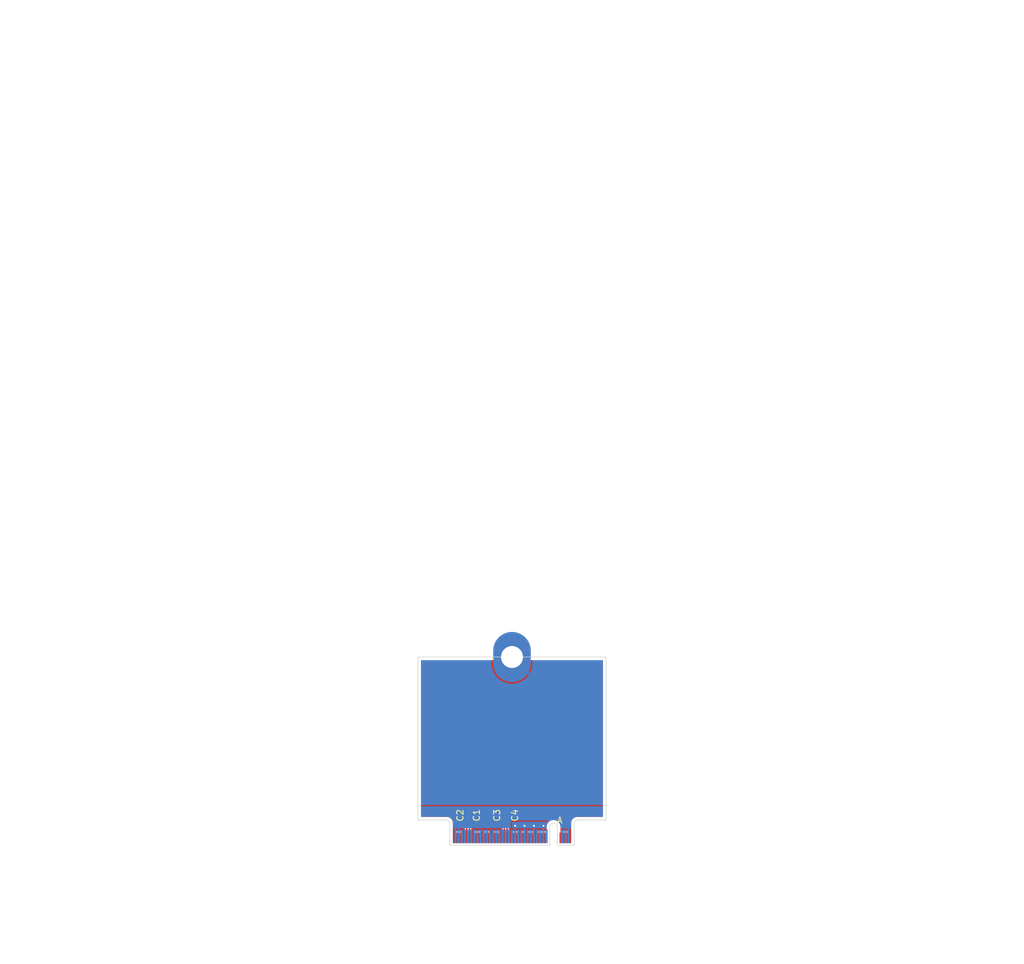
<source format=kicad_pcb>
(kicad_pcb (version 20241229) (generator "pcbnew") (generator_version "9.0")
  (layers (0 "F.Cu" signal) (2 "B.Cu" signal) (13 "F.Paste" user) (15 "B.Paste" user) (5 "F.SilkS" user "F.Silkscreen") (7 "B.SilkS" user "B.Silkscreen") (1 "F.Mask" user) (3 "B.Mask" user) (25 "Edge.Cuts" user))
  (net 0 "")
  (net 1 "GND")
  (net 2 "/M.2 A Key/PET1P")
  (net 3 "/M.2 A Key/PET1N")
  (net 4 "/M.2 A Key/PET0P")
  (net 5 "/M.2 A Key/PET0N")
  (net 6 "/PET1+")
  (net 7 "/PET0-")
  (net 8 "/PET0+")
  (net 9 "/PET1-")
  (net 10 "+3.3V")
  (net 11 "/USB_D+")
  (net 12 "/USB_D-")
  (net 13 "/LED#1")
  (net 14 "/LED#2")
  (net 15 "/DP_MLDIR")
  (net 16 "/DP_ML3-")
  (net 17 "/DP_AUX-")
  (net 18 "/DP_ML3+")
  (net 19 "/DP_AUX+")
  (net 20 "/DP_ML2-")
  (net 21 "/DP_ML1-")
  (net 22 "/DP_ML2+")
  (net 23 "/DP_ML1+")
  (net 24 "/DP_HPD")
  (net 25 "/DP_ML0-")
  (net 26 "/DP_ML0+")
  (net 27 "/PER0-")
  (net 28 "/PER0+")
  (net 34 "/REFCLK0+")
  (net 36 "/REFCLK0-")
  (net 37 "/SUSCLK")
  (net 38 "/PERST0#")
  (net 39 "/CLKREQ0#")
  (net 40 "/W_DISABLE2#")
  (net 41 "/PEWAKE0#")
  (net 42 "/W_DISABLE1#")
  (net 43 "/I2C_DATA")
  (net 44 "/PER1+")
  (net 45 "/I2C_CLK")
  (net 46 "/PER1-")
  (net 47 "/ALERT#")
  (net 49 "/PERST1#")
  (net 50 "/CLKREQ1#")
  (net 51 "/PEWAKE1#")
  (net 52 "/REFCLK1+")
  (net 53 "/REFCLK1-")
  (footprint "PCIexpress:M.2 Mounting Pad" (layer "F.Cu") (at 109.514916 129.29)
    (property "Reference" "H1")
    (property "Value" "MountingHole_Pad")
    (pad "1" thru_hole circle (at 0 0) (size 5.5 5.5) (drill 3.5) (property pad_prop_castellated) (layers "*.Cu" "*.Mask") (net 1 "GND") (padstack (mode front_inner_back) (layer "Inner" (shape circle) (size 5.5 5.5)) (layer "B.Cu" (shape oval) (size 6 8))))
  )
  (footprint "Capacitor_SMD:C_0201_0603Metric" (layer "F.Cu") (at 102.164916 154.544 90)
    (property "Reference" "C2" (at -0.005 -0.921 90) (layer "F.SilkS"))
    (property "Value" "220nF")
    (pad "1" smd roundrect (at -0.32 0 90) (size 0.46 0.4) (layers "F.Cu" "F.Mask") (net 3 "/M.2 A Key/PET1N"))
    (pad "2" smd roundrect (at 0.32 0 90) (size 0.46 0.4) (layers "F.Cu" "F.Mask") (net 9 "/PET1-"))
  )
  (footprint "Capacitor_SMD:C_0201_0603Metric" (layer "F.Cu") (at 108.164916 154.544 90)
    (property "Reference" "C3" (at 0 -1.05 90) (layer "F.SilkS"))
    (property "Value" "220nF")
    (pad "1" smd roundrect (at -0.32 0 90) (size 0.46 0.4) (layers "F.Cu" "F.Mask") (net 5 "/M.2 A Key/PET0N"))
    (pad "2" smd roundrect (at 0.32 0 90) (size 0.46 0.4) (layers "F.Cu" "F.Mask") (net 7 "/PET0-"))
  )
  (footprint "Capacitor_SMD:C_0201_0603Metric" (layer "F.Cu") (at 102.864916 154.544 90)
    (property "Reference" "C1" (at 0.005 1.009 90) (layer "F.SilkS"))
    (property "Value" "220nF")
    (pad "1" smd roundrect (at -0.32 0 90) (size 0.46 0.4) (layers "F.Cu" "F.Mask") (net 2 "/M.2 A Key/PET1P"))
    (pad "2" smd roundrect (at 0.32 0 90) (size 0.46 0.4) (layers "F.Cu" "F.Mask") (net 6 "/PET1+"))
  )
  (footprint "Capacitor_SMD:C_0201_0603Metric" (layer "F.Cu") (at 108.864916 154.544 90)
    (property "Reference" "C4" (at 0 1.109 90) (layer "F.SilkS"))
    (property "Value" "220nF")
    (pad "1" smd roundrect (at -0.32 0 90) (size 0.46 0.4) (layers "F.Cu" "F.Mask") (net 4 "/M.2 A Key/PET0P"))
    (pad "2" smd roundrect (at 0.32 0 90) (size 0.46 0.4) (layers "F.Cu" "F.Mask") (net 8 "/PET0+"))
  )
  (footprint "PCIexpress:M.2 A Key Connector" (layer "F.Cu") (at 109.514916 158.18)
    (property "Reference" "J1")
    (property "Value" "~")
    (fp_line (start -11 -2.89) (end -10.425 -2.89) (stroke (width 0.1)) (layer "Edge.Cuts"))
    (fp_line (start -9.925 -2.39) (end -9.925 1.11) (stroke (width 0.1)) (layer "Edge.Cuts"))
    (fp_line (start 6.025 -1.79) (end 6.025 1.11) (stroke (width 0.1)) (layer "Edge.Cuts"))
    (fp_line (start 6.025 1.11) (end -9.925 1.11) (stroke (width 0.1)) (layer "Edge.Cuts"))
    (fp_line (start 7.225 -1.79) (end 7.225 1.11) (stroke (width 0.1)) (layer "Edge.Cuts"))
    (fp_line (start 7.225 1.11) (end 9.925 1.11) (stroke (width 0.1)) (layer "Edge.Cuts"))
    (fp_line (start 9.925 -2.39) (end 9.925 1.11) (stroke (width 0.1)) (layer "Edge.Cuts"))
    (fp_line (start 10.425 -2.89) (end 11 -2.89) (stroke (width 0.1)) (layer "Edge.Cuts"))
    (fp_arc (start -10.425 -2.89) (mid -10.071447 -2.743553) (end -9.925 -2.39) (stroke (width 0.1)) (layer "Edge.Cuts"))
    (fp_arc (start 6.025 -1.79) (mid 6.625 -2.39) (end 7.225 -1.79) (stroke (width 0.1)) (layer "Edge.Cuts"))
    (fp_arc (start 9.925 -2.39) (mid 10.071447 -2.743553) (end 10.425 -2.89) (stroke (width 0.1)) (layer "Edge.Cuts"))
    (fp_text user "A" (at 7.1 -2.255 0) (layer "F.SilkS") (effects (justify left bottom)))
    (pad "1" smd rect (at 9.25 -0.04 180) (size 0.35 1.7) (layers "F.Cu") (net 1 "GND"))
    (pad "2" smd rect (at 9 -0.29 180) (size 0.35 2.2) (layers "B.Cu") (net 10 "+3.3V"))
    (pad "3" smd rect (at 8.75 -0.04 180) (size 0.35 1.7) (layers "F.Cu") (net 11 "/USB_D+"))
    (pad "4" smd rect (at 8.5 -0.29 180) (size 0.35 2.2) (layers "B.Cu") (net 10 "+3.3V"))
    (pad "5" smd rect (at 8.25 -0.04 180) (size 0.35 1.7) (layers "F.Cu") (net 12 "/USB_D-"))
    (pad "6" smd rect (at 8 -0.29 180) (size 0.35 2.2) (layers "B.Cu") (net 13 "/LED#1"))
    (pad "7" smd rect (at 7.75 -0.04 180) (size 0.35 1.7) (layers "F.Cu") (net 1 "GND"))
    (pad "16" smd rect (at 5.5 -0.29 180) (size 0.35 2.2) (layers "B.Cu") (net 14 "/LED#2"))
    (pad "17" smd rect (at 5.25 -0.04 180) (size 0.35 1.7) (layers "F.Cu") (net 15 "/DP_MLDIR"))
    (pad "18" smd rect (at 5 -0.29 180) (size 0.35 2.2) (layers "B.Cu") (net 1 "GND"))
    (pad "19" smd rect (at 4.75 -0.04 180) (size 0.35 1.7) (layers "F.Cu") (net 16 "/DP_ML3-"))
    (pad "20" smd rect (at 4.5 -0.29 180) (size 0.35 2.2) (layers "B.Cu") (net 17 "/DP_AUX-"))
    (pad "21" smd rect (at 4.25 -0.04 180) (size 0.35 1.7) (layers "F.Cu") (net 18 "/DP_ML3+"))
    (pad "22" smd rect (at 4 -0.29 180) (size 0.35 2.2) (layers "B.Cu") (net 19 "/DP_AUX+"))
    (pad "23" smd rect (at 3.75 -0.04 180) (size 0.35 1.7) (layers "F.Cu") (net 1 "GND"))
    (pad "24" smd rect (at 3.5 -0.29 180) (size 0.35 2.2) (layers "B.Cu") (net 1 "GND"))
    (pad "25" smd rect (at 3.25 -0.04 180) (size 0.35 1.7) (layers "F.Cu") (net 20 "/DP_ML2-"))
    (pad "26" smd rect (at 3 -0.29 180) (size 0.35 2.2) (layers "B.Cu") (net 21 "/DP_ML1-"))
    (pad "27" smd rect (at 2.75 -0.04 180) (size 0.35 1.7) (layers "F.Cu") (net 22 "/DP_ML2+"))
    (pad "28" smd rect (at 2.5 -0.29 180) (size 0.35 2.2) (layers "B.Cu") (net 23 "/DP_ML1+"))
    (pad "29" smd rect (at 2.25 -0.04 180) (size 0.35 1.7) (layers "F.Cu") (net 1 "GND"))
    (pad "30" smd rect (at 2 -0.29 180) (size 0.35 2.2) (layers "B.Cu") (net 1 "GND"))
    (pad "31" smd rect (at 1.75 -0.04 180) (size 0.35 1.7) (layers "F.Cu") (net 24 "/DP_HPD"))
    (pad "32" smd rect (at 1.5 -0.29 180) (size 0.35 2.2) (layers "B.Cu") (net 25 "/DP_ML0-"))
    (pad "33" smd rect (at 1.25 -0.04 180) (size 0.35 1.7) (layers "F.Cu") (net 1 "GND"))
    (pad "34" smd rect (at 1 -0.29 180) (size 0.35 2.2) (layers "B.Cu") (net 26 "/DP_ML0+"))
    (pad "35" smd rect (at 0.75 -0.04 180) (size 0.35 1.7) (layers "F.Cu") (net 27 "/PER0-"))
    (pad "36" smd rect (at 0.5 -0.29 180) (size 0.35 2.2) (layers "B.Cu") (net 1 "GND"))
    (pad "37" smd rect (at 0.25 -0.04 180) (size 0.35 1.7) (layers "F.Cu") (net 28 "/PER0+"))
    (pad "38" smd rect (at 0 -0.29 180) (size 0.35 2.2) (layers "B.Cu"))
    (pad "39" smd rect (at -0.25 -0.04 180) (size 0.35 1.7) (layers "F.Cu") (net 1 "GND"))
    (pad "40" smd rect (at -0.5 -0.29 180) (size 0.35 2.2) (layers "B.Cu"))
    (pad "41" smd rect (at -0.75 -0.04 180) (size 0.35 1.7) (layers "F.Cu") (net 4 "/M.2 A Key/PET0P"))
    (pad "42" smd rect (at -1 -0.29 180) (size 0.35 2.2) (layers "B.Cu"))
    (pad "43" smd rect (at -1.25 -0.04 180) (size 0.35 1.7) (layers "F.Cu") (net 5 "/M.2 A Key/PET0N"))
    (pad "44" smd rect (at -1.5 -0.29 180) (size 0.35 2.2) (layers "B.Cu"))
    (pad "45" smd rect (at -1.75 -0.04 180) (size 0.35 1.7) (layers "F.Cu") (net 1 "GND"))
    (pad "46" smd rect (at -2 -0.29 180) (size 0.35 2.2) (layers "B.Cu"))
    (pad "47" smd rect (at -2.25 -0.04 180) (size 0.35 1.7) (layers "F.Cu") (net 34 "/REFCLK0+"))
    (pad "48" smd rect (at -2.5 -0.29 180) (size 0.35 2.2) (layers "B.Cu"))
    (pad "49" smd rect (at -2.75 -0.04 180) (size 0.35 1.7) (layers "F.Cu") (net 36 "/REFCLK0-"))
    (pad "50" smd rect (at -3 -0.29 180) (size 0.35 2.2) (layers "B.Cu") (net 37 "/SUSCLK"))
    (pad "51" smd rect (at -3.25 -0.04 180) (size 0.35 1.7) (layers "F.Cu") (net 1 "GND"))
    (pad "52" smd rect (at -3.5 -0.29 180) (size 0.35 2.2) (layers "B.Cu") (net 38 "/PERST0#"))
    (pad "53" smd rect (at -3.75 -0.04 180) (size 0.35 1.7) (layers "F.Cu") (net 39 "/CLKREQ0#"))
    (pad "54" smd rect (at -4 -0.29 180) (size 0.35 2.2) (layers "B.Cu") (net 40 "/W_DISABLE2#"))
    (pad "55" smd rect (at -4.25 -0.04 180) (size 0.35 1.7) (layers "F.Cu") (net 41 "/PEWAKE0#"))
    (pad "56" smd rect (at -4.5 -0.29 180) (size 0.35 2.2) (layers "B.Cu") (net 42 "/W_DISABLE1#"))
    (pad "57" smd rect (at -4.75 -0.04 180) (size 0.35 1.7) (layers "F.Cu") (net 1 "GND"))
    (pad "58" smd rect (at -5 -0.29 180) (size 0.35 2.2) (layers "B.Cu") (net 43 "/I2C_DATA"))
    (pad "59" smd rect (at -5.25 -0.04 180) (size 0.35 1.7) (layers "F.Cu") (net 44 "/PER1+"))
    (pad "60" smd rect (at -5.5 -0.29 180) (size 0.35 2.2) (layers "B.Cu") (net 45 "/I2C_CLK"))
    (pad "61" smd rect (at -5.75 -0.04 180) (size 0.35 1.7) (layers "F.Cu") (net 46 "/PER1-"))
    (pad "62" smd rect (at -6 -0.29 180) (size 0.35 2.2) (layers "B.Cu") (net 47 "/ALERT#"))
    (pad "63" smd rect (at -6.25 -0.04 180) (size 0.35 1.7) (layers "F.Cu") (net 1 "GND"))
    (pad "64" smd rect (at -6.5 -0.29 180) (size 0.35 2.2) (layers "B.Cu"))
    (pad "65" smd rect (at -6.75 -0.04 180) (size 0.35 1.7) (layers "F.Cu") (net 2 "/M.2 A Key/PET1P"))
    (pad "66" smd rect (at -7 -0.29 180) (size 0.35 2.2) (layers "B.Cu") (net 49 "/PERST1#"))
    (pad "67" smd rect (at -7.25 -0.04 180) (size 0.35 1.7) (layers "F.Cu") (net 3 "/M.2 A Key/PET1N"))
    (pad "68" smd rect (at -7.5 -0.29 180) (size 0.35 2.2) (layers "B.Cu") (net 50 "/CLKREQ1#"))
    (pad "69" smd rect (at -7.75 -0.04 180) (size 0.35 1.7) (layers "F.Cu") (net 1 "GND"))
    (pad "70" smd rect (at -8 -0.29 180) (size 0.35 2.2) (layers "B.Cu") (net 51 "/PEWAKE1#"))
    (pad "71" smd rect (at -8.25 -0.04 180) (size 0.35 1.7) (layers "F.Cu") (net 52 "/REFCLK1+"))
    (pad "72" smd rect (at -8.5 -0.29 180) (size 0.35 2.2) (layers "B.Cu") (net 10 "+3.3V"))
    (pad "73" smd rect (at -8.75 -0.04 180) (size 0.35 1.7) (layers "F.Cu") (net 53 "/REFCLK1-"))
    (pad "74" smd rect (at -9 -0.29 180) (size 0.35 2.2) (layers "B.Cu") (net 10 "+3.3V"))
    (pad "75" smd rect (at -9.25 -0.04 180) (size 0.35 1.7) (layers "F.Cu") (net 1 "GND"))
  )
  (gr_line (start 124.514916 129.29) (end 94.514916 129.29) (stroke (width 0.1)) (layer "Edge.Cuts"))
  (gr_line (start 120.514916 155.29) (end 124.514916 155.29) (stroke (width 0.1)) (layer "Edge.Cuts"))
  (gr_line (start 124.514916 155.29) (end 124.514916 129.29) (stroke (width 0.1)) (layer "Edge.Cuts"))
  (gr_line (start 98.514916 155.29) (end 94.514916 155.29) (stroke (width 0.1)) (layer "Edge.Cuts"))
  (gr_line (start 94.514916 129.29) (end 94.514916 155.29) (stroke (width 0.1)) (layer "Edge.Cuts"))
  (via (at 111.514916 156.209) (size 0.6) (drill 0.3) (layers "F.Cu" "B.Cu") (net 1))
  (via (at 114.514916 156.209) (size 0.6) (drill 0.3) (layers "F.Cu" "B.Cu") (net 1))
  (via (at 113.014916 156.209) (size 0.6) (drill 0.3) (layers "F.Cu" "B.Cu") (net 1))
  (via (at 110.014916 156.209) (size 0.6) (drill 0.3) (layers "F.Cu" "B.Cu") (net 1))
  (segment (start 102.739916 156.839999) (end 102.739916 155.334001) (width 0.2) (layer "F.Cu") (net 2))
  (segment (start 102.739916 155.334001) (end 102.864916 155.209001) (width 0.2) (layer "F.Cu") (net 2))
  (segment (start 102.764916 158.14) (end 102.764916 156.864999) (width 0.2) (layer "F.Cu") (net 2))
  (segment (start 102.764916 156.864999) (end 102.739916 156.839999) (width 0.2) (layer "F.Cu") (net 2))
  (segment (start 102.864916 155.209001) (end 102.864916 154.864) (width 0.2) (layer "F.Cu") (net 2))
  (segment (start 102.289916 155.334001) (end 102.164916 155.209001) (width 0.2) (layer "F.Cu") (net 3))
  (segment (start 102.164916 155.209001) (end 102.164916 154.864) (width 0.2) (layer "F.Cu") (net 3))
  (segment (start 102.289916 156.839999) (end 102.289916 155.334001) (width 0.2) (layer "F.Cu") (net 3))
  (segment (start 102.264916 156.864999) (end 102.289916 156.839999) (width 0.2) (layer "F.Cu") (net 3))
  (segment (start 102.264916 158.14) (end 102.264916 156.864999) (width 0.2) (layer "F.Cu") (net 3))
  (segment (start 108.764916 156.864999) (end 108.739916 156.839999) (width 0.2) (layer "F.Cu") (net 4))
  (segment (start 108.764916 158.14) (end 108.764916 156.864999) (width 0.2) (layer "F.Cu") (net 4))
  (segment (start 108.864916 155.209001) (end 108.864916 154.864) (width 0.2) (layer "F.Cu") (net 4))
  (segment (start 108.739916 155.334001) (end 108.864916 155.209001) (width 0.2) (layer "F.Cu") (net 4))
  (segment (start 108.739916 156.839999) (end 108.739916 155.334001) (width 0.2) (layer "F.Cu") (net 4))
  (segment (start 108.164916 155.209001) (end 108.164916 154.864) (width 0.2) (layer "F.Cu") (net 5))
  (segment (start 108.264916 158.14) (end 108.264916 156.864999) (width 0.2) (layer "F.Cu") (net 5))
  (segment (start 108.264916 156.864999) (end 108.289916 156.839999) (width 0.2) (layer "F.Cu") (net 5))
  (segment (start 108.289916 156.839999) (end 108.289916 155.334001) (width 0.2) (layer "F.Cu") (net 5))
  (segment (start 108.289916 155.334001) (end 108.164916 155.209001) (width 0.2) (layer "F.Cu") (net 5))
  (zone (net 1) (net_name "GND") (layers "F.Cu" "B.Cu") (connect_pads (clearance 0.2)) (min_thickness 0.15) (fill yes (thermal_gap 0.25) (thermal_bridge_width 0.35))
    (polygon (pts (xy 94.509342 129.289) (xy 124.514604 129.289) (xy 124.515688 157.48) (xy 94.510426 157.48)))
  )
  (zone (net 1) (net_name "GND") (layer "B.Cu") (priority 2) (connect_pads (clearance 0.2)) (min_thickness 0.15) (fill yes (thermal_gap 0.25) (thermal_bridge_width 0.35))
    (polygon (pts (xy 109.523916 156.594) (xy 109.523916 155.569) (xy 115.078916 155.569) (xy 115.078916 156.594)))
  )
  (zone (net 10) (net_name "+3.3V") (layer "B.Cu") (priority 1) (connect_pads (clearance 0.2)) (min_thickness 0.1) (fill yes (thermal_gap 0.2) (thermal_bridge_width 0.25))
    (polygon (pts (xy 124.553557 157.724) (xy 124.552141 153.094) (xy 94.533916 153.094) (xy 94.533916 157.724)))
  )
)
</source>
